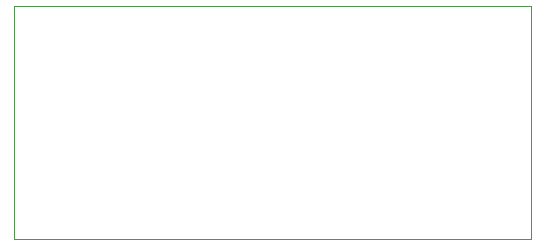
<source format=gm1>
G04 #@! TF.GenerationSoftware,KiCad,Pcbnew,7.0.2*
G04 #@! TF.CreationDate,2023-08-02T20:41:48-05:00*
G04 #@! TF.ProjectId,Session6,53657373-696f-46e3-962e-6b696361645f,rev?*
G04 #@! TF.SameCoordinates,Original*
G04 #@! TF.FileFunction,Profile,NP*
%FSLAX46Y46*%
G04 Gerber Fmt 4.6, Leading zero omitted, Abs format (unit mm)*
G04 Created by KiCad (PCBNEW 7.0.2) date 2023-08-02 20:41:48*
%MOMM*%
%LPD*%
G01*
G04 APERTURE LIST*
G04 #@! TA.AperFunction,Profile*
%ADD10C,0.100000*%
G04 #@! TD*
G04 APERTURE END LIST*
D10*
X96520000Y-68580000D02*
X140335000Y-68580000D01*
X140335000Y-88265000D01*
X96520000Y-88265000D01*
X96520000Y-68580000D01*
M02*

</source>
